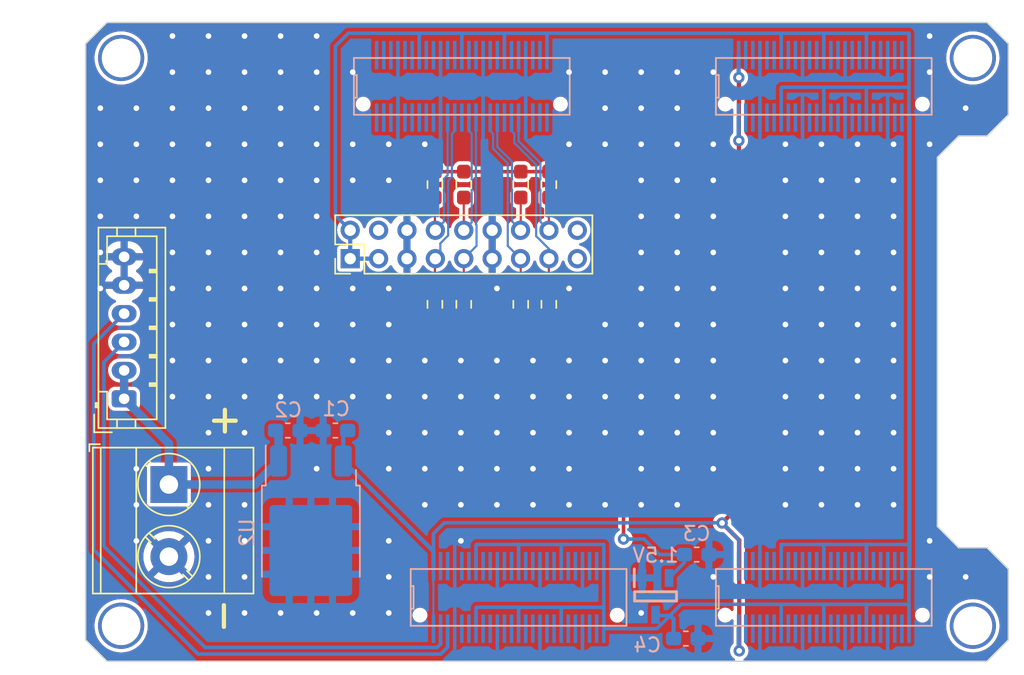
<source format=kicad_pcb>
(kicad_pcb (version 20221018) (generator pcbnew)
  (layers (0 "F.Cu" signal) (31 "B.Cu" signal) (34 "B.Paste" user) (35 "F.Paste" user) (36 "B.SilkS" user "B.Silkscreen") (37 "F.SilkS" user "F.Silkscreen") (38 "B.Mask" user) (39 "F.Mask" user) (44 "Edge.Cuts" user))
  (net 0 "")
  (net 1 "GND")
  (net 2 "+1V5")
  (net 3 "+3.3V")
  (net 4 "TX0_B_IN")
  (net 5 "TX1_B_IN")
  (net 6 "TX2_B_IN")
  (net 7 "TXCLK_B_IN")
  (net 10 "TXCLK_P")
  (net 11 "TXCLK_N")
  (net 12 "TX2_P")
  (net 13 "TX2_N")
  (net 14 "TX1_P")
  (net 15 "TX1_N")
  (net 16 "VCC")
  (net 17 "TX0_P")
  (net 18 "TX0_N")
  (net 131 "LED_EN")
  (net 132 "PWM")
  (net 133 "CLK_EDID")
  (net 134 "DATA_EDID")
  (net 135 "+5V")
  (footprint "TerminalBlock_Phoenix:TerminalBlock_Phoenix_MKDS-3-2-5.08_1x02_P5.08mm_Horizontal" (layer "F.Cu") (at 117.302 110.0786 -90)
    (fp_text reference "J1" hide)
    (fp_text value "Power")
  )
  (footprint "Connector_PinHeader_2.00mm:PinHeader_2x09_P2.00mm_Vertical" (layer "F.Cu") (at 130.0744 94.1672 90)
    (fp_text reference "J4" hide)
    (fp_text value "Conn_02x09_Odd_Even")
  )
  (footprint "Resistor_SMD:R_0603_1608Metric_Pad0.98x0.95mm_HandSolder" (layer "F.Cu") (at 144.0688 88.9508 -90)
    (fp_text reference "R8" hide)
    (fp_text value "49R9")
  )
  (footprint "Alchitry_Element:Element_no_top" (layer "F.Cu") (at 111.4375 122.53)
    (fp_text reference "B1" hide)
    (fp_text value "Alchitry_Element_AU")
    (fp_line (start 0 -43.5) (end 0 -1.5) (stroke (width 0.1)) (layer "Edge.Cuts"))
    (fp_line (start 0 -1.5) (end 1.5 0) (stroke (width 0.1)) (layer "Edge.Cuts"))
    (fp_line (start 1.5 -45) (end 0 -43.5) (stroke (width 0.1)) (layer "Edge.Cuts"))
    (fp_line (start 1.5 0) (end 63.5 0) (stroke (width 0.1)) (layer "Edge.Cuts"))
    (fp_line (start 60 -35.5) (end 61.5 -37) (stroke (width 0.1)) (layer "Edge.Cuts"))
    (fp_line (start 60 -34.5) (end 60 -35.5) (stroke (width 0.1)) (layer "Edge.Cuts"))
    (fp_line (start 60 -9.5) (end 60 -34.5) (stroke (width 0.1)) (layer "Edge.Cuts"))
    (fp_line (start 61.5 -37) (end 63.5 -37) (stroke (width 0.1)) (layer "Edge.Cuts"))
    (fp_line (start 61.5 -8) (end 60 -9.5) (stroke (width 0.1)) (layer "Edge.Cuts"))
    (fp_line (start 63.5 -45) (end 1.5 -45) (stroke (width 0.1)) (layer "Edge.Cuts"))
    (fp_line (start 63.5 -37) (end 65 -38.5) (stroke (width 0.1)) (layer "Edge.Cuts"))
    (fp_line (start 63.5 -8) (end 61.5 -8) (stroke (width 0.1)) (layer "Edge.Cuts"))
    (fp_line (start 63.5 0) (end 65 -1.5) (stroke (width 0.1)) (layer "Edge.Cuts"))
    (fp_line (start 65 -43.5) (end 63.5 -45) (stroke (width 0.1)) (layer "Edge.Cuts"))
    (fp_line (start 65 -38.5) (end 65 -43.5) (stroke (width 0.1)) (layer "Edge.Cuts"))
    (fp_line (start 65 -6.5) (end 63.5 -8) (stroke (width 0.1)) (layer "Edge.Cuts"))
    (fp_line (start 65 -1.5) (end 65 -6.5) (stroke (width 0.1)) (layer "Edge.Cuts"))
  )
  (footprint "Resistor_SMD:R_0603_1608Metric_Pad0.98x0.95mm_HandSolder" (layer "F.Cu") (at 136.0424 97.3836 90)
    (fp_text reference "R2" hide)
    (fp_text value "49R9")
  )
  (footprint "Resistor_SMD:R_0603_1608Metric_Pad0.98x0.95mm_HandSolder" (layer "F.Cu") (at 136.0424 88.9508 -90)
    (fp_text reference "R1" hide)
    (fp_text value "49R9")
  )
  (footprint "Connector_JST:JST_PH_B6B-PH-K_1x06_P2.00mm_Vertical" (layer "F.Cu") (at 114.1476 104.0384 90)
    (fp_text reference "J2" hide)
    (fp_text value "Backlight")
  )
  (footprint "Resistor_SMD:R_0603_1608Metric_Pad0.98x0.95mm_HandSolder" (layer "F.Cu") (at 138.0744 88.9508 -90)
    (fp_text reference "R3" hide)
    (fp_text value "49R9")
  )
  (footprint "Resistor_SMD:R_0603_1608Metric_Pad0.98x0.95mm_HandSolder" (layer "F.Cu") (at 144.0688 97.3836 90)
    (fp_text reference "R7" hide)
    (fp_text value "49R9")
  )
  (footprint "Resistor_SMD:R_0603_1608Metric_Pad0.98x0.95mm_HandSolder" (layer "F.Cu") (at 142.0876 88.9508 -90)
    (fp_text reference "R6" hide)
    (fp_text value "49R9")
  )
  (footprint "Resistor_SMD:R_0603_1608Metric_Pad0.98x0.95mm_HandSolder" (layer "F.Cu") (at 142.0876 97.3836 90)
    (fp_text reference "R5" hide)
    (fp_text value "49R9")
  )
  (footprint "Resistor_SMD:R_0603_1608Metric_Pad0.98x0.95mm_HandSolder" (layer "F.Cu") (at 138.0744 97.3836 90)
    (fp_text reference "R4" hide)
    (fp_text value "49R9")
  )
  (footprint "Capacitor_SMD:C_0603_1608Metric_Pad1.08x0.95mm_HandSolder" (layer "B.Cu") (at 154.4828 115.0112)
    (fp_text reference "C3")
    (fp_text value "1uF")
  )
  (footprint "Package_TO_SOT_SMD:TO-252-2" (layer "B.Cu") (at 127.3048 113.4636 -90)
    (fp_text reference "U2")
    (fp_text value "78M05")
  )
  (footprint "Capacitor_SMD:C_0603_1608Metric_Pad1.08x0.95mm_HandSolder" (layer "B.Cu") (at 125.6792 106.2736)
    (fp_text reference "C2")
    (fp_text value "10uF")
  )
  (footprint "Capacitor_SMD:C_0603_1608Metric_Pad1.08x0.95mm_HandSolder" (layer "B.Cu") (at 129.032 106.2736 180)
    (fp_text reference "C1")
    (fp_text value "10uF")
  )
  (footprint "Capacitor_SMD:C_0603_1608Metric_Pad1.08x0.95mm_HandSolder" (layer "B.Cu") (at 153.7208 120.9294)
    (fp_text reference "C4")
    (fp_text value "1uF")
  )
  (footprint "Library:SOT95P285X145-3N" (layer "B.Cu") (at 151.5872 117.9576 -90)
    (fp_text reference "U1" hide)
    (fp_text value "ME6206A15M3G" hide)
  )
  (gr_text "-" (at 122.1994 120.777 90) (layer "F.SilkS") (effects (font (size 2 2) (thickness 0.3) bold) (justify left bottom)))
  (gr_text "+" (at 119.8118 106.6038) (layer "F.SilkS") (effects (font (size 2 2) (thickness 0.3) bold) (justify left bottom)))
  (via (at 127.7112 86.106) (size 0.8) (drill 0.4) (layers "F.Cu" "B.Cu") (net 1))
  (via (at 132.7912 101.346) (size 0.8) (drill 0.4) (layers "F.Cu" "B.Cu") (net 1))
  (via (at 153.1112 111.506) (size 0.8) (drill 0.4) (layers "F.Cu" "B.Cu") (net 1))
  (via (at 140.4112 108.966) (size 0.8) (drill 0.4) (layers "F.Cu" "B.Cu") (net 1))
  (via (at 130.2512 98.806) (size 0.8) (drill 0.4) (layers "F.Cu" "B.Cu") (net 1))
  (via (at 112.4712 83.566) (size 0.8) (drill 0.4) (layers "F.Cu" "B.Cu") (net 1))
  (via (at 148.0312 98.806) (size 0.8) (drill 0.4) (layers "F.Cu" "B.Cu") (net 1))
  (via (at 125.1712 86.106) (size 0.8) (drill 0.4) (layers "F.Cu" "B.Cu") (net 1))
  (via (at 160.7312 108.966) (size 0.8) (drill 0.4) (layers "F.Cu" "B.Cu") (net 1))
  (via (at 127.7112 93.726) (size 0.8) (drill 0.4) (layers "F.Cu" "B.Cu") (net 1))
  (via (at 165.8112 101.346) (size 0.8) (drill 0.4) (layers "F.Cu" "B.Cu") (net 1))
  (via (at 153.1112 93.726) (size 0.8) (drill 0.4) (layers "F.Cu" "B.Cu") (net 1))
  (via (at 163.2712 108.966) (size 0.8) (drill 0.4) (layers "F.Cu" "B.Cu") (net 1))
  (via (at 153.1112 83.566) (size 0.8) (drill 0.4) (layers "F.Cu" "B.Cu") (net 1))
  (via (at 168.3512 103.886) (size 0.8) (drill 0.4) (layers "F.Cu" "B.Cu") (net 1))
  (via (at 168.3512 86.106) (size 0.8) (drill 0.4) (layers "F.Cu" "B.Cu") (net 1))
  (via (at 150.5712 88.646) (size 0.8) (drill 0.4) (layers "F.Cu" "B.Cu") (net 1))
  (via (at 120.0912 108.966) (size 0.8) (drill 0.4) (layers "F.Cu" "B.Cu") (net 1))
  (via (at 148.0312 101.346) (size 0.8) (drill 0.4) (layers "F.Cu" "B.Cu") (net 1))
  (via (at 153.1112 91.186) (size 0.8) (drill 0.4) (layers "F.Cu" "B.Cu") (net 1))
  (via (at 142.9512 106.426) (size 0.8) (drill 0.4) (layers "F.Cu" "B.Cu") (net 1))
  (via (at 150.5712 106.426) (size 0.8) (drill 0.4) (layers "F.Cu" "B.Cu") (net 1))
  (via (at 153.1112 108.966) (size 0.8) (drill 0.4) (layers "F.Cu" "B.Cu") (net 1))
  (via (at 137.8712 103.886) (size 0.8) (drill 0.4) (layers "F.Cu" "B.Cu") (net 1))
  (via (at 117.5512 93.726) (size 0.8) (drill 0.4) (layers "F.Cu" "B.Cu") (net 1))
  (via (at 132.7912 86.106) (size 0.8) (drill 0.4) (layers "F.Cu" "B.Cu") (net 1))
  (via (at 153.1112 106.426) (size 0.8) (drill 0.4) (layers "F.Cu" "B.Cu") (net 1))
  (via (at 132.7912 119.126) (size 0.8) (drill 0.4) (layers "F.Cu" "B.Cu") (net 1))
  (via (at 148.0312 86.106) (size 0.8) (drill 0.4) (layers "F.Cu" "B.Cu") (net 1))
  (via (at 130.2512 81.026) (size 0.8) (drill 0.4) (layers "F.Cu" "B.Cu") (net 1))
  (via (at 145.4912 81.026) (size 0.8) (drill 0.4) (layers "F.Cu" "B.Cu") (net 1))
  (via (at 150.5712 96.266) (size 0.8) (drill 0.4) (layers "F.Cu" "B.Cu") (net 1))
  (via (at 125.1712 98.806) (size 0.8) (drill 0.4) (layers "F.Cu" "B.Cu") (net 1))
  (via (at 160.7312 86.106) (size 0.8) (drill 0.4) (layers "F.Cu" "B.Cu") (net 1))
  (via (at 122.6312 114.046) (size 0.8) (drill 0.4) (layers "F.Cu" "B.Cu") (net 1))
  (via (at 137.8712 114.046) (size 0.8) (drill 0.4) (layers "F.Cu" "B.Cu") (net 1))
  (via (at 115.0112 83.566) (size 0.8) (drill 0.4) (layers "F.Cu" "B.Cu") (net 1))
  (via (at 120.0912 106.426) (size 0.8) (drill 0.4) (layers "F.Cu" "B.Cu") (net 1))
  (via (at 125.1712 83.566) (size 0.8) (drill 0.4) (layers "F.Cu" "B.Cu") (net 1))
  (via (at 122.6312 111.506) (size 0.8) (drill 0.4) (layers "F.Cu" "B.Cu") (net 1))
  (via (at 115.0112 114.046) (size 0.8) (drill 0.4) (layers "F.Cu" "B.Cu") (net 1))
  (via (at 120.0912 91.186) (size 0.8) (drill 0.4) (layers "F.Cu" "B.Cu") (net 1))
  (via (at 165.8112 108.966) (size 0.8) (drill 0.4) (layers "F.Cu" "B.Cu") (net 1))
  (via (at 125.1712 78.486) (size 0.8) (drill 0.4) (layers "F.Cu" "B.Cu") (net 1))
  (via (at 120.0912 83.566) (size 0.8) (drill 0.4) (layers "F.Cu" "B.Cu") (net 1))
  (via (at 160.7312 88.646) (size 0.8) (drill 0.4) (layers "F.Cu" "B.Cu") (net 1))
  (via (at 117.5512 81.026) (size 0.8) (drill 0.4) (layers "F.Cu" "B.Cu") (net 1))
  (via (at 148.0312 106.426) (size 0.8) (drill 0.4) (layers "F.Cu" "B.Cu") (net 1))
  (via (at 137.8712 108.966) (size 0.8) (drill 0.4) (layers "F.Cu" "B.Cu") (net 1))
  (via (at 122.6312 96.266) (size 0.8) (drill 0.4) (layers "F.Cu" "B.Cu") (net 1))
  (via (at 165.8112 91.186) (size 0.8) (drill 0.4) (layers "F.Cu" "B.Cu") (net 1))
  (via (at 130.2512 119.126) (size 0.8) (drill 0.4) (layers "F.Cu" "B.Cu") (net 1))
  (via (at 165.8112 96.266) (size 0.8) (drill 0.4) (layers "F.Cu" "B.Cu") (net 1))
  (via (at 120.0912 119.126) (size 0.8) (drill 0.4) (layers "F.Cu" "B.Cu") (net 1))
  (via (at 115.0112 91.186) (size 0.8) (drill 0.4) (layers "F.Cu" "B.Cu") (net 1))
  (via (at 150.5712 119.126) (size 0.8) (drill 0.4) (layers "F.Cu" "B.Cu") (net 1))
  (via (at 125.1712 91.186) (size 0.8) (drill 0.4) (layers "F.Cu" "B.Cu") (net 1))
  (via (at 163.2712 91.186) (size 0.8) (drill 0.4) (layers "F.Cu" "B.Cu") (net 1))
  (via (at 122.6312 78.486) (size 0.8) (drill 0.4) (layers "F.Cu" "B.Cu") (net 1))
  (via (at 112.4712 96.266) (size 0.8) (drill 0.4) (layers "F.Cu" "B.Cu") (net 1))
  (via (at 117.5512 96.266) (size 0.8) (drill 0.4) (layers "F.Cu" "B.Cu") (net 1))
  (via (at 145.4912 111.506) (size 0.8) (drill 0.4) (layers "F.Cu" "B.Cu") (net 1))
  (via (at 127.7112 96.266) (size 0.8) (drill 0.4) (layers "F.Cu" "B.Cu") (net 1))
  (via (at 132.7912 114.046) (size 0.8) (drill 0.4) (layers "F.Cu" "B.Cu") (net 1))
  (via (at 115.0112 86.106) (size 0.8) (drill 0.4) (layers "F.Cu" "B.Cu") (net 1))
  (via (at 165.8112 93.726) (size 0.8) (drill 0.4) (layers "F.Cu" "B.Cu") (net 1))
  (via (at 155.6512 91.186) (size 0.8) (drill 0.4) (layers "F.Cu" "B.Cu") (net 1))
  (via (at 125.1712 103.886) (size 0.8) (drill 0.4) (layers "F.Cu" "B.Cu") (net 1))
  (via (at 145.4912 96.266) (size 0.8) (drill 0.4) (layers "F.Cu" "B.Cu") (net 1))
  (via (at 127.7112 83.566) (size 0.8) (drill 0.4) (layers "F.Cu" "B.Cu") (net 1))
  (via (at 163.2712 93.726) (size 0.8) (drill 0.4) (layers "F.Cu" "B.Cu") (net 1))
  (via (at 120.0912 88.646) (size 0.8) (drill 0.4) (layers "F.Cu" "B.Cu") (net 1))
  (via (at 163.2712 98.806) (size 0.8) (drill 0.4) (layers "F.Cu" "B.Cu") (net 1))
  (via (at 135.3312 86.106) (size 0.8) (drill 0.4) (layers "F.Cu" "B.Cu") (net 1))
  (via (at 150.5712 108.966) (size 0.8) (drill 0.4) (layers "F.Cu" "B.Cu") (net 1))
  (via (at 140.4112 103.886) (size 0.8) (drill 0.4) (layers "F.Cu" "B.Cu") (net 1))
  (via (at 163.2712 86.106) (size 0.8) (drill 0.4) (layers "F.Cu" "B.Cu") (net 1))
  (via (at 117.5512 78.486) (size 0.8) (drill 0.4) (layers "F.Cu" "B.Cu") (net 1))
  (via (at 165.8112 88.646) (size 0.8) (drill 0.4) (layers "F.Cu" "B.Cu") (net 1))
  (via (at 140.4112 96.266) (size 0.8) (drill 0.4) (layers "F.Cu" "B.Cu") (net 1))
  (via (at 155.6512 86.106) (size 0.8) (drill 0.4) (layers "F.Cu" "B.Cu") (net 1))
  (via (at 115.0112 108.966) (size 0.8) (drill 0.4) (layers "F.Cu" "B.Cu") (net 1))
  (via (at 125.1712 119.126) (size 0.8) (drill 0.4) (layers "F.Cu" "B.Cu") (net 1))
  (via (at 122.6312 116.586) (size 0.8) (drill 0.4) (layers "F.Cu" "B.Cu") (net 1))
  (via (at 173.4312 116.586) (size 0.8) (drill 0.4) (layers "F.Cu" "B.Cu") (net 1))
  (via (at 135.3312 103.886) (size 0.8) (drill 0.4) (layers "F.Cu" "B.Cu") (net 1))
  (via (at 130.2512 103.886) (size 0.8) (drill 0.4) (layers "F.Cu" "B.Cu") (net 1))
  (via (at 132.7912 98.806) (size 0.8) (drill 0.4) (layers "F.Cu" "B.Cu") (net 1))
  (via (at 168.3512 88.646) (size 0.8) (drill 0.4) (layers "F.Cu" "B.Cu") (net 1))
  (via (at 125.1712 96.266) (size 0.8) (drill 0.4) (layers "F.Cu" "B.Cu") (net 1))
  (via (at 120.0912 81.026) (size 0.8) (drill 0.4) (layers "F.Cu" "B.Cu") (net 1))
  (via (at 148.0312 111.506) (size 0.8) (drill 0.4) (layers "F.Cu" "B.Cu") (net 1))
  (via (at 122.6312 103.886) (size 0.8) (drill 0.4) (layers "F.Cu" "B.Cu") (net 1))
  (via (at 120.0912 78.486) (size 0.8) (drill 0.4) (layers "F.Cu" "B.Cu") (net 1))
  (via (at 165.8112 98.806) (size 0.8) (drill 0.4) (layers "F.Cu" "B.Cu") (net 1))
  (via (at 150.5712 103.886) (size 0.8) (drill 0.4) (layers "F.Cu" "B.Cu") (net 1))
  (via (at 112.4712 91.186) (size 0.8) (drill 0.4) (layers "F.Cu" "B.Cu") (net 1))
  (via (at 150.5712 83.566) (size 0.8) (drill 0.4) (layers "F.Cu" "B.Cu") (net 1))
  (via (at 120.0912 114.046) (size 0.8) (drill 0.4) (layers "F.Cu" "B.Cu") (net 1))
  (via (at 122.6312 93.726) (size 0.8) (drill 0.4) (layers "F.Cu" "B.Cu") (net 1))
  (via (at 120.0912 111.506) (size 0.8) (drill 0.4) (layers "F.Cu" "B.Cu") (net 1))
  (via (at 122.6312 81.026) (size 0.8) (drill 0.4) (layers "F.Cu" "B.Cu") (net 1))
  (via (at 122.6312 106.426) (size 0.8) (drill 0.4) (layers "F.Cu" "B.Cu") (net 1))
  (via (at 155.6512 103.886) (size 0.8) (drill 0.4) (layers "F.Cu" "B.Cu") (net 1))
  (via (at 120.0912 103.886) (size 0.8) (drill 0.4) (layers "F.Cu" "B.Cu") (net 1))
  (via (at 168.3512 108.966) (size 0.8) (drill 0.4) (layers "F.Cu" "B.Cu") (net 1))
  (via (at 125.1712 88.646) (size 0.8) (drill 0.4) (layers "F.Cu" "B.Cu") (net 1))
  (via (at 170.8912 78.486) (size 0.8) (drill 0.4) (layers "F.Cu" "B.Cu") (net 1))
  (via (at 142.9512 101.346) (size 0.8) (drill 0.4) (layers "F.Cu" "B.Cu") (net 1))
  (via (at 132.7912 106.426) (size 0.8) (drill 0.4) (layers "F.Cu" "B.Cu") (net 1))
  (via (at 127.7112 91.186) (size 0.8) (drill 0.4) (layers "F.Cu" "B.Cu") (net 1))
  (via (at 160.7312 93.726) (size 0.8) (drill 0.4) (layers "F.Cu" "B.Cu") (net 1))
  (via (at 168.3512 101.346) (size 0.8) (drill 0.4) (layers "F.Cu" "B.Cu") (net 1))
  (via (at 145.4912 106.426) (size 0.8) (drill 0.4) (layers "F.Cu" "B.Cu") (net 1))
  (via (at 115.0112 111.506) (size 0.8) (drill 0.4) (layers "F.Cu" "B.Cu") (net 1))
  (via (at 153.1112 103.886) (size 0.8) (drill 0.4) (layers "F.Cu" "B.Cu") (net 1))
  (via (at 142.9512 111.506) (size 0.8) (drill 0.4) (layers "F.Cu" "B.Cu") (net 1))
  (via (at 150.5712 93.726) (size 0.8) (drill 0.4) (layers "F.Cu" "B.Cu") (net 1))
  (via (at 127.7112 78.486) (size 0.8) (drill 0.4) (layers "F.Cu" "B.Cu") (net 1))
  (via (at 148.0312 83.566) (size 0.8) (drill 0.4) (layers "F.Cu" "B.Cu") (net 1))
  (via (at 142.9512 108.966) (size 0.8) (drill 0.4) (layers "F.Cu" "B.Cu") (net 1))
  (via (at 150.5712 101.346) (size 0.8) (drill 0.4) (layers "F.Cu" "B.Cu") (net 1))
  (via (at 140.4112 111.506) (size 0.8) (drill 0.4) (layers "F.Cu" "B.Cu") (net 1))
  (via (at 127.7112 101.346) (size 0.8) (drill 0.4) (layers "F.Cu" "B.Cu") (net 1))
  (via (at 120.0912 86.106) (size 0.8) (drill 0.4) (layers "F.Cu" "B.Cu") (net 1))
  (via (at 130.2512 101.346) (size 0.8) (drill 0.4) (layers "F.Cu" "B.Cu") (net 1))
  (via (at 170.8912 114.046) (size 0.8) (drill 0.4) (layers "F.Cu" "B.Cu") (net 1))
  (via (at 140.4112 101.346) (size 0.8) (drill 0.4) (layers "F.Cu" "B.Cu") (net 1))
  (via (at 137.8712 106.426) (size 0.8) (drill 0.4) (layers "F.Cu" "B.Cu") (net 1))
  (via (at 132.7912 103.886) (size 0.8) (drill 0.4) (layers "F.Cu" "B.Cu") (net 1))
  (via (at 112.4712 86.106) (size 0.8) (drill 0.4) (layers "F.Cu" "B.Cu") (net 1))
  (via (at 127.7112 81.026) (size 0.8) (drill 0.4) (layers "F.Cu" "B.Cu") (net 1))
  (via (at 132.7912 88.646) (size 0.8) (drill 0.4) (layers "F.Cu" "B.Cu") (net 1))
  (via (at 135.3312 106.426) (size 0.8) (drill 0.4) (layers "F.Cu" "B.Cu") (net 1))
  (via (at 165.8112 111.506) (size 0.8) (drill 0.4) (layers "F.Cu" "B.Cu") (net 1))
  (via (at 173.4312 83.566) (size 0.8) (drill 0.4) (layers "F.Cu" "B.Cu") (net 1))
  (via (at 150.5712 91.186) (size 0.8) (drill 0.4) (layers "F.Cu" "B.Cu") (net 1))
  (via (at 117.5512 101.346) (size 0.8) (drill 0.4) (layers "F.Cu" "B.Cu") (net 1))
  (via (at 160.7312 111.506) (size 0.8) (drill 0.4) (layers "F.Cu" "B.Cu") (net 1))
  (via (at 132.7912 108.966) (size 0.8) (drill 0.4) (layers "F.Cu" "B.Cu") (net 1))
  (via (at 120.0912 98.806) (size 0.8) (drill 0.4) (layers "F.Cu" "B.Cu") (net 1))
  (via (at 130.2512 86.106) (size 0.8) (drill 0.4) (layers "F.Cu" "B.Cu") (net 1))
  (via (at 145.4912 86.106) (size 0.8) (drill 0.4) (layers "F.Cu" "B.Cu") (net 1))
  (via (at 163.2712 101.346) (size 0.8) (drill 0.4) (layers "F.Cu" "B.Cu") (net 1))
  (via (at 155.6512 88.646) (size 0.8) (drill 0.4) (layers "F.Cu" "B.Cu") (net 1))
  (via (at 168.3512 98.806) (size 0.8) (drill 0.4) (layers "F.Cu" "B.Cu") (net 1))
  (via (at 137.8712 101.346) (size 0.8) (drill 0.4) (layers "F.Cu" "B.Cu") (net 1))
  (via (at 170.8912 86.106) (size 0.8) (drill 0.4) (layers "F.Cu" "B.Cu") (net 1))
  (via (at 132.7912 116.586) (size 0.8) (drill 0.4) (layers "F.Cu" "B.Cu") (net 1))
  (via (at 130.2512 88.646) (size 0.8) (drill 0.4) (layers "F.Cu" "B.Cu") (net 1))
  (via (at 122.6312 101.346) (size 0.8) (drill 0.4) (layers "F.Cu" "B.Cu") (net 1))
  (via (at 155.6512 108.966) (size 0.8) (drill 0.4) (layers "F.Cu" "B.Cu") (net 1))
  (via (at 145.4912 103.886) (size 0.8) (drill 0.4) (layers "F.Cu" "B.Cu") (net 1))
  (via (at 120.0912 116.586) (size 0.8) (drill 0.4) (layers "F.Cu" "B.Cu") (net 1))
  (via (at 153.1112 98.806) (size 0.8) (drill 0.4) (layers "F.Cu" "B.Cu") (net 1))
  (via (at 130.2512 96.266) (size 0.8) (drill 0.4) (layers "F.Cu" "B.Cu") (net 1))
  (via (at 125.1712 81.026) (size 0.8) (drill 0.4) (layers "F.Cu" "B.Cu") (net 1))
  (via (at 125.1712 93.726) (size 0.8) (drill 0.4) (layers "F.Cu" "B.Cu") (net 1))
  (via (at 135.3312 111.506) (size 0.8) (drill 0.4) (layers "F.Cu" "B.Cu") (net 1))
  (via (at 155.6512 106.426) (size 0.8) (drill 0.4) (layers "F.Cu" "B.Cu") (net 1))
  (via (at 135.3312 101.346) (size 0.8) (drill 0.4) (layers "F.Cu" "B.Cu") (net 1))
  (via (at 122.6312 119.126) (size 0.8) (drill 0.4) (layers "F.Cu" "B.Cu") (net 1))
  (via (at 135.3312 108.966) (size 0.8) (drill 0.4) (layers "F.Cu" "B.Cu") (net 1))
  (via (at 160.7312 91.186) (size 0.8) (drill 0.4) (layers "F.Cu" "B.Cu") (net 1))
  (via (at 153.1112 101.346) (size 0.8) (drill 0.4) (layers "F.Cu" "B.Cu") (net 1))
  (via (at 117.5512 91.186) (size 0.8) (drill 0.4) (layers "F.Cu" "B.Cu") (net 1))
  (via (at 155.6512 101.346) (size 0.8) (drill 0.4) (layers "F.Cu" "B.Cu") (net 1))
  (via (at 122.6312 88.646) (size 0.8) (drill 0.4) (layers "F.Cu" "B.Cu") (net 1))
  (via (at 155.6512 93.726) (size 0.8) (drill 0.4) (layers "F.Cu" "B.Cu") (net 1))
  (via (at 120.0912 101.346) (size 0.8) (drill 0.4) (layers "F.Cu" "B.Cu") (net 1))
  (via (at 155.6512 81.026) (size 0.8) (drill 0.4) (layers "F.Cu" "B.Cu") (net 1))
  (via (at 127.7112 103.886) (size 0.8) (drill 0.4) (layers "F.Cu" "B.Cu") (net 1))
  (via (at 150.5712 81.026) (size 0.8) (drill 0.4) (layers "F.Cu" "B.Cu") (net 1))
  (via (at 127.7112 88.646) (size 0.8) (drill 0.4) (layers "F.Cu" "B.Cu") (net 1))
  (via (at 148.0312 103.886) (size 0.8) (drill 0.4) (layers "F.Cu" "B.Cu") (net 1))
  (via (at 160.7312 103.886) (size 0.8) (drill 0.4) (layers "F.Cu" "B.Cu") (net 1))
  (via (at 160.7312 101.346) (size 0.8) (drill 0.4) (layers "F.Cu" "B.Cu") (net 1))
  (via (at 153.1112 86.106) (size 0.8) (drill 0.4) (layers "F.Cu" "B.Cu") (net 1))
  (via (at 140.4112 106.426) (size 0.8) (drill 0.4) (layers "F.Cu" "B.Cu") (net 1))
  (via (at 163.2712 111.506) (size 0.8) (drill 0.4) (layers "F.Cu" "B.Cu") (net 1))
  (via (at 153.1112 88.646) (size 0.8) (drill 0.4) (layers "F.Cu" "B.Cu") (net 1))
  (via (at 163.2712 88.646) (size 0.8) (drill 0.4) (layers "F.Cu" "B.Cu") (net 1))
  (via (at 163.2712 103.886) (size 0.8) (drill 0.4) (layers "F.Cu" "B.Cu") (net 1))
  (via (at 165.8112 103.886) (size 0.8) (drill 0.4) (layers "F.Cu" "B.Cu") (net 1))
  (via (at 127.7112 98.806) (size 0.8) (drill 0.4) (layers "F.Cu" "B.Cu") (net 1))
  (via (at 163.2712 106.426) (size 0.8) (drill 0.4) (layers "F.Cu" "B.Cu") (net 1))
  (via (at 165.8112 106.426) (size 0.8) (drill 0.4) (layers "F.Cu" "B.Cu") (net 1))
  (via (at 153.1112 96.266) (size 0.8) (drill 0.4) (layers "F.Cu" "B.Cu") (net 1))
  (via (at 117.5512 103.886) (size 0.8) (drill 0.4) (layers "F.Cu" "B.Cu") (net 1))
  (via (at 170.8912 81.026) (size 0.8) (drill 0.4) (layers "F.Cu" "B.Cu") (net 1))
  (via (at 122.6312 98.806) (size 0.8) (drill 0.4) (layers "F.Cu" "B.Cu") (net 1))
  (via (at 155.6512 96.266) (size 0.8) (drill 0.4) (layers "F.Cu" "B.Cu") (net 1))
  (via (at 163.2712 96.266) (size 0.8) (drill 0.4) (layers "F.Cu" "B.Cu") (net 1))
  (via (at 122.6312 91.186) (size 0.8) (drill 0.4) (layers "F.Cu" "B.Cu") (net 1))
  (via (at 160.7312 96.266) (size 0.8) (drill 0.4) (layers "F.Cu" "B.Cu") (net 1))
  (via (at 145.4912 101.346) (size 0.8) (drill 0.4) (layers "F.Cu" "B.Cu") (net 1))
  (via (at 168.3512 93.726) (size 0.8) (drill 0.4) (layers "F.Cu" "B.Cu") (net 1))
  (via (at 122.6312 86.106) (size 0.8) (drill 0.4) (layers "F.Cu" "B.Cu") (net 1))
  (via (at 155.6512 98.806) (size 0.8) (drill 0.4) (layers "F.Cu" "B.Cu") (net 1))
  (via (at 137.8712 111.506) (size 0.8) (drill 0.4) (layers "F.Cu" "B.Cu") (net 1))
  (via (at 120.0912 96.266) (size 0.8) (drill 0.4) (layers "F.Cu" "B.Cu") (net 1))
  (via (at 125.1712 101.346) (size 0.8) (drill 0.4) (layers "F.Cu" "B.Cu") (net 1))
  (via (at 120.0912 93.726) (size 0.8) (drill 0.4) (layers "F.Cu" "B.Cu") (net 1))
  (via (at 160.7312 98.806) (size 0.8) (drill 0.4) (layers "F.Cu" "B.Cu") (net 1))
  (via (at 148.0312 81.026) (size 0.8) (drill 0.4) (layers "F.Cu" "B.Cu") (net 1))
  (via (at 155.6512 116.586) (size 0.8) (drill 0.4) (layers "F.Cu" "B.Cu") (net 1))
  (via (at 168.3512 96.266) (size 0.8) (drill 0.4) (layers "F.Cu" "B.Cu") (net 1))
  (via (at 153.1112 81.026) (size 0.8) (drill 0.4) (layers "F.Cu" "B.Cu") (net 1))
  (via (at 168.3512 106.426) (size 0.8) (drill 0.4) (layers "F.Cu" "B.Cu") (net 1))
  (via (at 115.0112 88.646) (size 0.8) (drill 0.4) (layers "F.Cu" "B.Cu") (net 1))
  (via (at 117.5512 86.106) (size 0.8) (drill 0.4) (layers "F.Cu" "B.Cu") (net 1))
  (via (at 160.7312 106.426) (size 0.8) (drill 0.4) (layers "F.Cu" "B.Cu") (net 1))
  (via (at 142.9512 103.886) (size 0.8) (drill 0.4) (layers "F.Cu" "B.Cu") (net 1))
  (via (at 168.3512 111.506) (size 0.8) (drill 0.4) (layers "F.Cu" "B.Cu") (net 1))
  (via (at 112.4712 88.646) (size 0.8) (drill 0.4) (layers "F.Cu" "B.Cu") (net 1))
  (via (at 127.7112 119.126) (size 0.8) (drill 0.4) (layers "F.Cu" "B.Cu") (net 1))
  (via (at 145.4912 108.966) (size 0.8) (drill 0.4) (layers "F.Cu" "B.Cu") (net 1))
  (via (at 127.7112 108.966) (size 0.8) (drill 0.4) (layers "F.Cu" "B.Cu") (net 1))
  (via (at 132.7912 96.266) (size 0.8) (drill 0.4) (layers "F.Cu" "B.Cu") (net 1))
  (via (at 150.5712 111.506) (size 0.8) (drill 0.4) (layers "F.Cu" "B.Cu") (net 1))
  (via (at 117.5512 98.806) (size 0.8) (drill 0.4) (layers "F.Cu" "B.Cu") (net 1))
  (via (at 150.5712 98.806) (size 0.8) (drill 0.4) (layers "F.Cu" "B.Cu") (net 1))
  (via (at 117.5512 88.646) (size 0.8) (drill 0.4) (layers "F.Cu" "B.Cu") (net 1))
  (via (at 112.4712 93.726) (size 0.8) (drill 0.4) (layers "F.Cu" "B.Cu") (net 1))
  (via (at 165.8112 86.106) (size 0.8) (drill 0.4) (layers "F.Cu" "B.Cu") (net 1))
  (via (at 150.5712 86.106) (size 0.8) (drill 0.4) (layers "F.Cu" "B.Cu") (net 1))
  (via (at 170.8912 116.586) (size 0.8) (drill 0.4) (layers "F.Cu" "B.Cu") (net 1))
  (via (at 117.5512 83.566) (size 0.8) (drill 0.4) (layers "F.Cu" "B.Cu") (net 1))
  (via (at 168.3512 91.186) (size 0.8) (drill 0.4) (layers "F.Cu" "B.Cu") (net 1))
  (via (at 122.6312 83.566) (size 0.8) (drill 0.4) (layers "F.Cu" "B.Cu") (net 1))
  (segment (start 138.0744 88.0383) (end 142.0876 88.0383) (width 0.25) (layer "F.Cu") (net 2))
  (segment (start 136.0424 88.0383) (end 138.0744 88.0383) (width 0.25) (layer "F.Cu") (net 2))
  (segment (start 146.4583 98.2961) (end 144.0688 98.2961) (width 0.25) (layer "F.Cu") (net 2))
  (segment (start 142.0876 88.0383) (end 144.0688 88.0383) (width 0.25) (layer "F.Cu") (net 2))
  (segment (start 146.4583 107.0883) (end 146.4583 98.2961) (width 0.25) (layer "F.Cu") (net 2))
  (segment (start 136.0424 98.2961) (end 138.0744 98.2961) (width 0.25) (layer "F.Cu") (net 2))
  (segment (start 147.2692 89.2556) (end 147.2692 97.4852) (width 0.25) (layer "F.Cu") (net 2))
  (segment (start 144.0688 88.0383) (end 146.0519 88.0383) (width 0.25) (layer "F.Cu") (net 2))
  (segment (start 149.3266 109.9566) (end 146.4583 107.0883) (width 0.25) (layer "F.Cu") (net 2))
  (segment (start 146.0519 88.0383) (end 147.2692 89.2556) (width 0.25) (layer "F.Cu") (net 2))
  (segment (start 142.0876 98.2961) (end 144.0688 98.2961) (width 0.25) (layer "F.Cu") (net 2))
  (segment (start 149.3266 113.919) (end 149.3266 109.9566) (width 0.25) (layer "F.Cu") (net 2))
  (segment (start 147.2692 97.4852) (end 146.4583 98.2961) (width 0.25) (layer "F.Cu") (net 2))
  (segment (start 138.0744 98.2961) (end 142.0876 98.2961) (width 0.25) (layer "F.Cu") (net 2))
  (via (at 149.3266 113.919) (size 0.8) (drill 0.4) (layers "F.Cu" "B.Cu") (net 2))
  (segment (start 153.6203 115.0112) (end 153.6203 115.5745) (width 0.25) (layer "B.Cu") (net 2))
  (segment (start 153.6203 115.5745) (end 152.5372 116.6576) (width 0.25) (layer "B.Cu") (net 2))
  (segment (start 149.3266 113.919) (end 150.7638 113.919) (width 0.25) (layer "B.Cu") (net 2))
  (segment (start 150.7638 113.919) (end 151.856 115.0112) (width 0.25) (layer "B.Cu") (net 2))
  (segment (start 151.856 115.0112) (end 153.6203 115.0112) (width 0.25) (layer "B.Cu") (net 2))
  (segment (start 166.4375 84.23) (end 166.4375 83.23) (width 0.15) (layer "B.Cu") (net 3))
  (segment (start 163.4375 118.745) (end 163.4375 118.5164) (width 0.25) (layer "B.Cu") (net 3))
  (segment (start 147.9296 114.3) (end 147.9375 114.3079) (width 0.25) (layer "B.Cu") (net 3))
  (segment (start 141.9352 118.7196) (end 141.9375 118.7219) (width 0.25) (layer "B.Cu") (net 3))
  (segment (start 160.4772 78.2828) (end 143.9672 78.2828) (width 0.25) (layer "B.Cu") (net 3))
  (segment (start 144.9324 114.3) (end 144.9375 114.3051) (width 0.25) (layer "B.Cu") (net 3))
  (segment (start 134.9756 78.2828) (end 134.9375 78.3209) (width 0.25) (layer "B.Cu") (net 3))
  (segment (start 166.4375 118.5164) (end 169.4375 118.5164) (width 0.25) (layer "B.Cu") (net 3))
  (segment (start 169.4375 78.3023) (end 169.418 78.2828) (width 0.25) (layer "B.Cu") (net 3))
  (segment (start 141.9375 114.3) (end 141.9375 114.83) (width 0.25) (layer "B.Cu") (net 3))
  (segment (start 147.9375 114.3079) (end 147.9375 115.83) (width 0.25) (layer "B.Cu") (net 3))
  (segment (start 141.9375 118.7219) (end 144.9301 118.7219) (width 0.25) (layer "B.Cu") (net 3))
  (segment (start 151.6816 120.23) (end 147.9375 120.23) (width 0.25) (layer "B.Cu") (net 3))
  (segment (start 166.4375 114.3) (end 169.3867 114.3) (width 0.25) (layer "B.Cu") (net 3))
  (segment (start 160.4375 120.23) (end 160.4375 118.5164) (width 0.25) (layer "B.Cu") (net 3))
  (segment (start 166.4375 118.5164) (end 166.4375 118.745) (width 0.25) (layer "B.Cu") (net 3))
  (segment (start 144.9301 118.7219) (end 144.9324 118.7196) (width 0.25) (layer "B.Cu") (net 3))
  (segment (start 160.4375 115.83) (end 160.4375 114.3) (width 0.25) (layer "B.Cu") (net 3))
  (segment (start 141.9375 118.7219) (end 141.9375 118.8743) (width 0.25) (layer "B.Cu") (net 3))
  (segment (start 141.9375 115.83) (end 141.9375 114.83) (width 0.25) (layer "B.Cu") (net 3))
  (segment (start 147.8918 118.7247) (end 147.9375 118.7704) (width 0.25) (layer "B.Cu") (net 3))
  (segment (start 144.9375 118.7247) (end 147.8918 118.7247) (width 0.25) (layer "B.Cu") (net 3))
  (segment (start 163.4375 82.1297) (end 163.4375 84.23) (width 0.25) (layer "B.Cu") (net 3))
  (segment (start 166.4375 114.3167) (end 166.4375 115.83) (width 0.25) (layer "B.Cu") (net 3))
  (segment (start 163.4375 79.83) (end 163.4375 78.83) (width 0.15) (layer "B.Cu") (net 3))
  (segment (start 137.9375 78.3181) (end 137.9375 79.83) (width 0.25) (layer "B.Cu") (net 3))
  (segment (start 160.4375 78.3225) (end 160.4375 79.83) (width 0.25) (layer "B.Cu") (net 3))
  (segment (start 143.9375 78.3125) (end 143.9375 79.83) (width 0.25) (layer "B.Cu") (net 3))
  (segment (start 137.9728 78.2828) (end 137.9375 78.3181) (width 0.25) (layer "B.Cu") (net 3))
  (segment (start 163.4375 84.23) (end 163.4375 83.23) (width 0.15) (layer "B.Cu") (net 3))
  (segment (start 160.4375 84.23) (end 160.4375 83.23) (width 0.15) (layer "B.Cu") (net 3))
  (segment (start 163.4375 118.5164) (end 166.4375 118.5164) (width 0.25) (layer "B.Cu") (net 3))
  (segment (start 130.0744 92.1672) (end 130.0744 94.1672) (width 0.3) (layer "B.Cu") (net 3))
  (segment (start 143.9672 78.2828) (end 141.0208 78.2828) (width 0.25) (layer "B.Cu") (net 3))
  (segment (start 138.9375 114.3513) (end 138.9888 114.3) (width 0.25) (layer "B.Cu") (net 3))
  (segment (start 163.4375 114.3) (end 166.4208 114.3) (width 0.25) (layer "B.Cu") (net 3))
  (segment (start 152.6032 119.3084) (end 151.638 119.3084) (width 0.25) (layer "B.Cu") (net 3))
  (segment (start 147.9375 120.23) (end 147.9375 115.83) (width 0.25) (layer "B.Cu") (net 3))
  (segment (start 163.4744 78.2828) (end 160.4772 78.2828) (width 0.25) (layer "B.Cu") (net 3))
  (segment (start 169.418 78.2828) (end 166.4208 78.2828) (width 0.25) (layer "B.Cu") (net 3))
  (segment (start 169.4375 79.83) (end 169.4375 78.3023) (width 0.25) (layer "B.Cu") (net 3))
  (segment (start 153.3952 118.5164) (end 152.6032 119.3084) (width 0.25) (layer "B.Cu") (net 3))
  (segment (start 166.4208 114.3) (end 166.4375 114.3167) (width 0.25) (layer "B.Cu") (net 3))
  (segment (start 144.9426 114.3) (end 147.9296 114.3) (width 0.25) (layer "B.Cu") (net 3))
  (segment (start 141.9375 114.3) (end 144.9324 114.3) (width 0.25) (layer "B.Cu") (net 3))
  (segment (start 169.4375 115.83) (end 169.4375 120.23) (width 0.25) (layer "B.Cu") (net 3))
  (segment (start 129.032 91.1248) (end 130.0744 92.1672) (width 0.25) (layer "B.Cu") (net 3))
  (segment (start 160.4772 82.0928) (end 163.4744 82.0928) (width 0.25) (layer "B.Cu") (net 3))
  (segment (start 138.9888 114.3) (end 141.9375 114.3) (width 0.25) (layer "B.Cu") (net 3))
  (segment (start 134.9756 78.2828) (end 129.9464 78.2828) (width 0.25) (layer "B.Cu") (net 3))
  (segment (start 140.9375 78.3661) (end 140.9375 79.83) (width 0.25) (layer "B.Cu") (net 3))
  (segment (start 147.9375 118.7704) (end 147.9375 120.23) (width 0.25) (layer "B.Cu") (net 3))
  (segment (start 130.0744 94.1672) (end 132.0744 94.1672) (width 0.3) (layer "B.Cu") (net 3))
  (segment (start 169.4688 84.2613) (end 169.4688 115.7987) (width 0.3) (layer "B.Cu") (net 3))
  (segment (start 166.4375 78.2995) (end 166.4375 79.83) (width 0.25) (layer "B.Cu") (net 3))
  (segment (start 163.4375 118.5164) (end 153.3952 118.5164) (width 0.25) (layer "B.Cu") (net 3))
  (segment (start 166.4716 82.0928) (end 169.4375 82.0928) (width 0.25) (layer "B.Cu") (net 3))
  (segment (start 141.9375 120.23) (end 141.9375 119.286802) (width 0.25) (layer "B.Cu") (net 3))
  (segment (start 141.9375 118.8743) (end 141.9375 119.286802) (width 0.25) (layer "B.Cu") (net 3))
  (segment (start 144.9375 114.3051) (end 144.9375 115.83) (width 0.25) (layer "B.Cu") (net 3))
  (segment (start 144.9375 118.7247) (end 144.9375 120.23) (width 0.25) (layer "B.Cu") (net 3))
  (segment (start 169.4375 84.23) (end 169.4375 79.83) (width 0.25) (layer "B.Cu") (net 3))
  (segment (start 152.8583 120.9294) (end 152.8583 119.5635) (width 0.3) (layer "B.Cu") (net 3))
  (segment (start 129.032 79.1972) (end 129.032 91.1248) (width 0.25) (layer "B.Cu") (net 3))
  (segment (start 163.4744 82.0928) (end 166.4716 82.0928) (width 0.25) (layer "B.Cu") (net 3))
  (segment (start 137.9728 78.2828) (end 134.9756 78.2828) (width 0.25) (layer "B.Cu") (net 3))
  (segment (start 138.9375 120.23) (end 138.9375 118.7709) (width 0.25) (layer "B.Cu") (net 3))
  (segment (start 166.4208 78.2828) (end 166.4375 78.2995) (width 0.25) (layer "B.Cu") (net 3))
  (segment (start 160.4772 78.2828) (end 160.4375 78.3225) (width 0.25) (layer "B.Cu") (net 3))
  (segment (start 141.0208 78.2828) (end 137.9728 78.2828) (width 0.25) (layer "B.Cu") (net 3))
  (segment (start 143.9672 78.2828) (end 143.9375 78.3125) (width 0.25) (layer "B.Cu") (net 3))
  (segment (start 166.4208 78.2828) (end 163.4744 78.2828) (width 0.25) (layer "B.Cu") (net 3))
  (segment (start 163.4375 78.3197) (end 163.4375 79.83) (width 0.25) (layer "B.Cu") (net 3))
  (segment (start 166.4375 118.745) (end 166.4375 120.23) (width 0.25) (layer "B.Cu") (net 3))
  (segment (start 152.6032 119.3084) (end 151.6816 120.23) (width 0.25) (layer "B.Cu") (net 3))
  (segment (start 144.9324 118.7196) (end 144.9375 118.7247) (width 0.25) (layer "B.Cu") (net 3))
  (segment (start 163.4375 120.23) (end 163.4375 118.745) (width 0.25) (layer "B.Cu") (net 3))
  (segment (start 129.9464 78.2828) (end 129.032 79.1972) (width 0.25) (layer "B.Cu") (net 3))
  (segment (start 163.4744 78.2828) (end 163.4375 78.3197) (width 0.25) (layer "B.Cu") (net 3))
  (segment (start 141.0208 78.2828) (end 140.9375 78.3661) (width 0.25) (layer "B.Cu") (net 3))
  (segment (start 152.8583 119.5635) (end 152.6032 119.3084) (width 0.3) (layer "B.Cu") (net 3))
  (segment (start 138.9375 115.83) (end 138.9375 114.3513) (width 0.25) (layer "B.Cu") (net 3))
  (segment (start 160.4375 114.3) (end 163.4375 114.3) (width 0.25) (layer "B.Cu") (net 3))
  (segment (start 160.4375 82.1325) (end 160.4375 84.23) (width 0.25) (layer "B.Cu") (net 3))
  (segment (start 151.638 119.3084) (end 151.5872 119.2576) (width 0.25) (layer "B.Cu") (net 3))
  (segment (start 144.9375 114.3051) (end 144.9426 114.3) (width 0.25) (layer "B.Cu") (net 3))
  (segment (start 166.4375 82.1269) (end 166.4375 84.23) (width 0.25) (layer "B.Cu") (net 3))
  (segment (start 138.9375 118.7709) (end 138.9888 118.7196) (width 0.25) (layer "B.Cu") (net 3))
  (segment (start 138.9888 118.7196) (end 141.9352 118.7196) (width 0.25) (layer "B.Cu") (net 3))
  (segment (start 163.4375 114.3) (end 163.4375 115.83) (width 0.25) (layer "B.Cu") (net 3))
  (segment (start 166.4375 115.83) (end 166.4375 114.3) (width 0.25) (layer "B.Cu") (net 3))
  (segment (start 134.9375 78.3209) (end 134.9375 79.83) (width 0.25) (layer "B.Cu") (net 3))
  (segment (start 144.0688 92.1616) (end 144.0744 92.1672) (width 0.15) (layer "F.Cu") (net 10))
  (segment (start 144.0688 89.8633) (end 144.0688 92.1616) (width 0.15) (layer "F.Cu") (net 10))
  (segment (start 143.4744 87.424136) (end 143.4744 91.5672) (width 0.15) (layer "B.Cu") (net 10))
  (segment (start 141.9375 85.887236) (end 143.4744 87.424136) (width 0.15) (layer "B.Cu") (net 10))
  (segment (start 141.9375 84.23) (end 141.9375 85.887236) (width 0.15) (layer "B.Cu") (net 10))
  (segment (start 143.4744 91.5672) (end 144.0744 92.1672) (width 0.15) (layer "B.Cu") (net 10))
  (segment (start 144.0688 94.1728) (end 144.0744 94.1672) (width 0.15) (layer "F.Cu") (net 11))
  (segment (start 144.0688 96.4711) (end 144.0688 94.1728) (width 0.15) (layer "F.Cu") (net 11))
  (segment (start 141.4375 84.23) (end 141.4375 85.173198) (width 0.15) (layer "B.Cu") (net 11))
  (segment (start 141.6375 86.0115) (end 143.1744 87.5484) (width 0.15) (layer "B.Cu") (net 11))
  (segment (start 141.4375 85.173198) (end 141.6375 85.373198) (width 0.15) (layer "B.Cu") (net 11))
  (segment (start 143.1744 92.5776) (end 144.0744 93.4776) (width 0.15) (layer "B.Cu") (net 11))
  (segment (start 141.6375 85.373198) (end 141.6375 86.0115) (width 0.15) (layer "B.Cu") (net 11))
  (segment (start 143.1744 87.5484) (end 143.1744 92.5776) (width 0.15) (layer "B.Cu") (net 11))
  (segment (start 144.0744 93.4776) (end 144.0744 94.1672) (width 0.15) (layer "B.Cu") (net 11))
  (segment (start 142.0876 89.8633) (end 142.0876 92.154) (width 0.15) (layer "F.Cu") (net 12))
  (segment (start 142.0876 92.154) (end 142.0744 92.1672) (width 0.15) (layer "F.Cu") (net 12))
  (segment (start 140.4375 84.23) (end 140.4375 86.292236) (width 0.15) (layer "B.Cu") (net 12))
  (segment (start 140.4375 86.292236) (end 141.4744 87.329136) (width 0.15) (layer "B.Cu") (net 12))
  (segment (start 141.4744 87.329136) (end 141.4744 91.5408) (width 0.15) (layer "B.Cu") (net 12))
  (segment (start 142.0876 92.154) (end 142.0744 92.1672) (width 0.2) (layer "B.Cu") (net 12))
  (segment (start 141.4744 91.5408) (end 142.0876 92.154) (width 0.15) (layer "B.Cu") (net 12))
  (segment (start 142.0876 96.4711) (end 142.0876 94.1804) (width 0.15) (layer "F.Cu") (net 13))
  (segment (start 142.0876 94.1804) (end 142.0744 94.1672) (width 0.15) (layer "F.Cu") (net 13))
  (segment (start 139.9375 85.173198) (end 140.1375 85.373198) (width 0.15) (layer "B.Cu") (net 13))
  (segment (start 141.1744 93.2672) (end 142.0744 94.1672) (width 0.15) (layer "B.Cu") (net 13))
  (segment (start 142.0876 94.1804) (end 142.0744 94.1672) (width 0.2) (layer "B.Cu") (net 13))
  (segment (start 139.9375 84.23) (end 139.9375 85.173198) (width 0.15) (layer "B.Cu") (net 13))
  (segment (start 141.1744 87.4534) (end 141.1744 93.2672) (width 0.15) (layer "B.Cu") (net 13))
  (segment (start 140.1375 86.4165) (end 141.1744 87.4534) (width 0.15) (layer "B.Cu") (net 13))
  (segment (start 140.1375 85.373198) (end 140.1375 86.4165) (width 0.15) (layer "B.Cu") (net 13))
  (segment (start 138.0744 96.4711) (end 138.0744 94.1672) (width 0.15) (layer "F.Cu") (net 14))
  (segment (start 138.9332 84.2343) (end 138.9332 91.754948) (width 0.15) (layer "B.Cu") (net 14))
  (segment (start 138.9744 93.2672) (end 138.0744 94.1672) (width 0.15) (layer "B.Cu") (net 14))
  (segment (start 138.9332 91.754948) (end 138.9744 91.796148) (width 0.15) (layer "B.Cu") (net 14))
  (segment (start 138.9744 91.796148) (end 138.9744 93.2672) (width 0.15) (layer "B.Cu") (net 14))
  (segment (start 138.9375 84.23) (end 138.9332 84.2343) (width 0.15) (layer "B.Cu") (net 14))
  (segment (start 138.0744 89.8633) (end 138.0744 92.1672) (width 0.15) (layer "F.Cu") (net 15))
  (segment (start 138.4375 84.23) (end 138.4375 85.173198) (width 0.15) (layer "B.Cu") (net 15))
  (segment (start 138.4375 85.173198) (end 138.6332 85.368898) (width 0.15) (layer "B.Cu") (net 15))
  (segment (start 138.6332 85.368898) (end 138.6332 91.6084) (width 0.15) (layer "B.Cu") (net 15))
  (segment (start 138.6332 91.6084) (end 138.0744 92.1672) (width 0.15) (layer "B.Cu") (net 15))
  (segment (start 114.1476 102.0384) (end 114.1476 104.0384) (width 0.6) (layer "B.Cu") (net 16))
  (segment (start 125.0248 106.4817) (end 124.8167 106.2736) (width 0.6) (layer "B.Cu") (net 16))
  (segment (start 125.0248 108.4236) (end 125.0248 106.4817) (width 0.6) (layer "B.Cu") (net 16))
  (segment (start 117.302 107.1928) (end 117.302 110.0786) (width 0.6) (layer "B.Cu") (net 16))
  (segment (start 117.302 110.0786) (end 123.3698 110.0786) (width 0.6) (layer "B.Cu") (net 16))
  (segment (start 123.3698 110.0786) (end 125.0248 108.4236) (width 0.6) (layer "B.Cu") (net 16))
  (segment (start 114.1476 104.0384) (end 117.302 107.1928) (width 0.6) (layer "B.Cu") (net 16))
  (segment (start 136.0424 96.4711) (end 136.0424 94.1992) (width 0.15) (layer "F.Cu") (net 17))
  (segment (start 136.0424 94.1992) (end 136.0744 94.1672) (width 0.15) (layer "F.Cu") (net 17))
  (segment (start 137.2375 88.409038) (end 136.9744 88.672138) (width 0.15) (layer "B.Cu") (net 17))
  (segment (start 136.9744 92.538252) (end 136.4244 93.088252) (width 0.15) (layer "B.Cu") (net 17))
  (segment (start 137.2375 85.373198) (end 137.2375 88.409038) (width 0.15) (layer "B.Cu") (net 17))
  (segment (start 137.4375 85.173198) (end 137.2375 85.373198) (width 0.15) (layer "B.Cu") (net 17))
  (segment (start 137.4375 84.23) (end 137.4375 85.173198) (width 0.15) (layer "B.Cu") (net 17))
  (segment (start 136.4244 93.8172) (end 136.0744 94.1672) (width 0.15) (layer "B.Cu") (net 17))
  (segment (start 136.9744 88.672138) (end 136.9744 92.538252) (width 0.15) (layer "B.Cu") (net 17))
  (segment (start 136.4244 93.088252) (end 136.4244 93.8172) (width 0.15) (layer "B.Cu") (net 17))
  (segment (start 136.0424 89.8633) (end 136.0424 92.1352) (width 0.15) (layer "F.Cu") (net 18))
  (segment (start 136.0424 92.1352) (end 136.0744 92.1672) (width 0.15) (layer "F.Cu") (net 18))
  (segment (start 136.6744 88.547874) (end 136.6744 91.5672) (width 0.15) (layer "B.Cu") (net 18))
  (segment (start 136.9375 84.23) (end 136.9375 88.284774) (width 0.15) (layer "B.Cu") (net 18))
  (segment (start 136.0424 92.1352) (end 136.0744 92.1672) (width 0.2) (layer "B.Cu") (net 18))
  (segment (start 136.9375 88.284774) (end 136.6744 88.547874) (width 0.15) (layer "B.Cu") (net 18))
  (segment (start 136.6744 91.5672) (end 136.0744 92.1672) (width 0.15) (layer "B.Cu") (net 18))
  (segment (start 112.7252 114.427) (end 112.7252 101.4608) (width 0.25) (layer "B.Cu") (net 131))
  (segment (start 136.4375 120.23) (end 136.4375 121.31462) (width 0.25) (layer "B.Cu") (net 131))
  (segment (start 136.4375 121.31462) (end 136.19712 121.555) (width 0.25) (layer "B.Cu") (net 131))
  (segment (start 136.19712 121.555) (end 119.8532 121.555) (width 0.25) (layer "B.Cu") (net 131))
  (segment (start 119.8532 121.555) (end 112.7252 114.427) (width 0.25) (layer "B.Cu") (net 131))
  (segment (start 112.7252 101.4608) (end 114.1476 100.0384) (width 0.25) (layer "B.Cu") (net 131))
  (segment (start 136.9375 121.5329) (end 136.4488 122.0216) (width 0.25) (layer "B.Cu") (net 132))
  (segment (start 112.014 100.172) (end 114.1476 98.0384) (width 0.25) (layer "B.Cu") (net 132))
  (segment (start 136.9375 120.23) (end 136.9375 121.5329) (width 0.25) (layer "B.Cu") (net 132))
  (segment (start 119.3546 122.0216) (end 112.014 114.681) (width 0.25) (layer "B.Cu") (net 132))
  (segment (start 136.4488 122.0216) (end 119.3546 122.0216) (width 0.25) (layer "B.Cu") (net 132))
  (segment (start 112.014 114.681) (end 112.014 100.172) (width 0.25) (layer "B.Cu") (net 132))
  (segment (start 157.4546 111.6076) (end 156.2735 112.7887) (width 0.3) (layer "F.Cu") (net 135))
  (segment (start 157.4546 81.407) (end 157.4546 85.852) (width 0.3) (layer "F.Cu") (net 135))
  (segment (start 157.4038 85.8012) (end 157.4546 85.852) (width 0.3) (layer "F.Cu") (net 135))
  (segment (start 157.48 121.793) (end 157.48 113.9952) (width 0.3) (layer "F.Cu") (net 135))
  (segment (start 157.4546 85.852) (end 157.4546 111.6076) (width 0.3) (layer "F.Cu") (net 135))
  (segment (start 157.48 113.9952) (end 156.2735 112.7887) (width 0.3) (layer "F.Cu") (net 135))
  (via (at 157.4546 81.407) (size 0.8) (drill 0.4) (layers "F.Cu" "B.Cu") (net 135))
  (via (at 157.4546 85.852) (size 0.8) (drill 0.4) (layers "F.Cu" "B.Cu") (net 135))
  (via (at 157.48 121.793) (size 0.8) (drill 0.4) (layers "F.Cu" "B.Cu") (net 135))
  (via (at 156.2735 112.7887) (size 0.8) (drill 0.4) (layers "F.Cu" "B.Cu") (net 135))
  (segment (start 136.7028 112.776) (end 156.2608 112.776) (width 0.25) (layer "B.Cu") (net 135))
  (segment (start 135.9375 115.83) (end 135.9375 120.23) (width 0.15) (layer "B.Cu") (net 135))
  (segment (start 157.4375 121.7505) (end 157.48 121.793) (width 0.3) (layer "B.Cu") (net 135))
  (segment (start 135.9375 113.5413) (end 136.7028 112.776) (width 0.25) (layer "B.Cu") (net 135))
  (segment (start 156.2735 112.7887) (end 157.4375 113.9527) (width 0.25) (layer "B.Cu") (net 135))
  (segment (start 135.9375 114.7763) (end 135.9375 115.83) (width 0.3) (layer "B.Cu") (net 135))
  (segment (start 157.4375 120.23) (end 157.4375 121.7505) (width 0.3) (layer "B.Cu") (net 135))
  (segment (start 129.5848 106.5833) (end 129.8945 106.2736) (width 0.3) (layer "B.Cu") (net 135))
  (segment (start 157.4375 81.3899) (end 157.4546 81.407) (width 0.3) (layer "B.Cu") (net 135))
  (segment (start 135.9375 115.83) (end 135.9375 113.5413) (width 0.25) (layer "B.Cu") (net 135))
  (segment (start 157.4375 79.83) (end 157.4375 81.3899) (width 0.3) (layer "B.Cu") (net 135))
  (segment (start 129.5848 108.4236) (end 135.9375 114.7763) (width 0.3) (layer "B.Cu") (net 135))
  (segment (start 157.4375 85.8349) (end 157.4546 85.852) (width 0.3) (layer "B.Cu") (net 135))
  (segment (start 156.2608 112.776) (end 156.2735 112.7887) (width 0.25) (layer "B.Cu") (net 135))
  (segment (start 157.4375 113.9527) (end 157.4375 115.83) (width 0.25) (layer "B.Cu") (net 135))
  (segment (start 157.4375 84.23) (end 157.4375 85.8349) (width 0.3) (layer "B.Cu") (net 135))
  (segment (start 129.5848 108.4236) (end 129.5848 106.5833) (width 0.3) (layer "B.Cu") (net 135))
  (zone (net 1) (net_name "GND") (layers "F&B.Cu") (connect_pads (clearance 0.25)) (min_thickness 0.2) (fill yes (thermal_gap 0.5) (thermal_bridge_width 0.5))
    (polygon (pts (xy 109.9312 75.946) (xy 177.546 76.2508) (xy 177.3936 123.0884) (xy 110.4392 123.4948)))
  )
)
</source>
